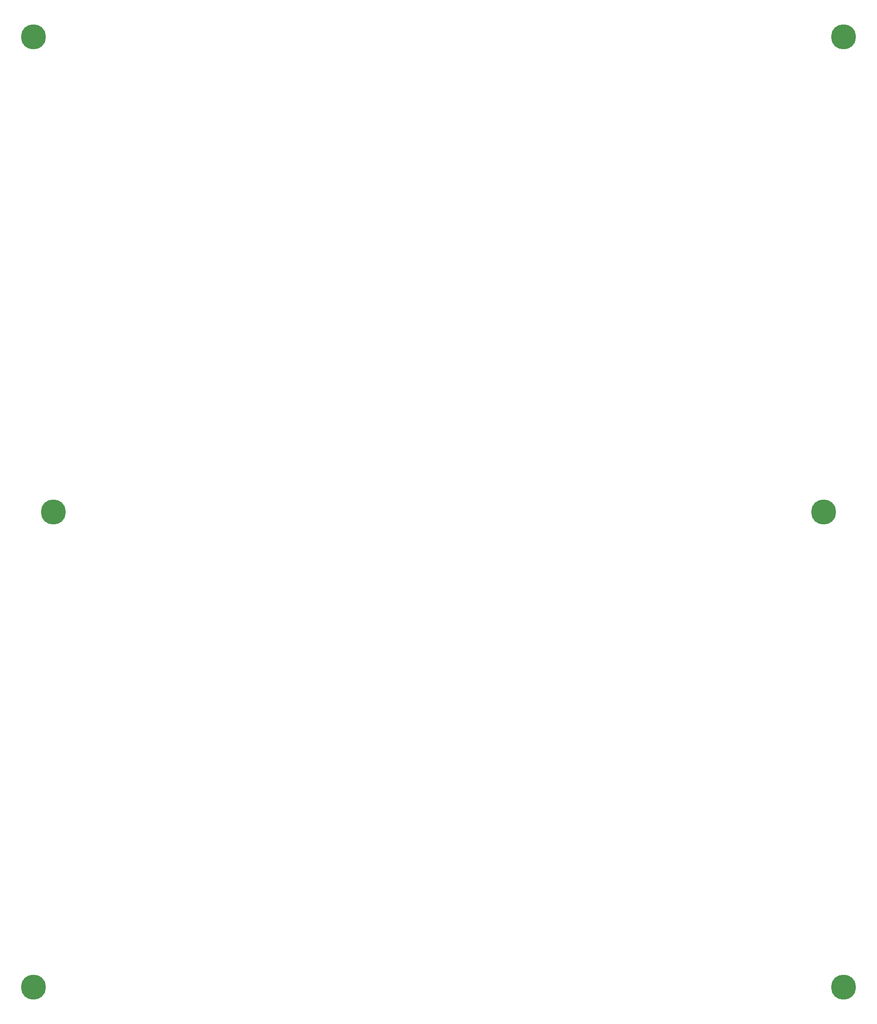
<source format=gbr>
%TF.GenerationSoftware,KiCad,Pcbnew,5.99.0-unknown-c07a38b91~106~ubuntu20.04.1*%
%TF.CreationDate,2020-11-24T10:55:56-06:00*%
%TF.ProjectId,FlatAntPanel4x4_Reflector,466c6174-416e-4745-9061-6e656c347834,rev?*%
%TF.SameCoordinates,Original*%
%TF.FileFunction,Soldermask,Top*%
%TF.FilePolarity,Negative*%
%FSLAX46Y46*%
G04 Gerber Fmt 4.6, Leading zero omitted, Abs format (unit mm)*
G04 Created by KiCad (PCBNEW 5.99.0-unknown-c07a38b91~106~ubuntu20.04.1) date 2020-11-24 10:55:56*
%MOMM*%
%LPD*%
G01*
G04 APERTURE LIST*
%ADD10C,5.000000*%
%ADD11C,2.900000*%
G04 APERTURE END LIST*
D10*
%TO.C,H2*%
X174000000Y-18000000D03*
D11*
X174000000Y-18000000D03*
%TD*%
%TO.C,H11*%
X16000000Y-113000000D03*
D10*
X16000000Y-113000000D03*
%TD*%
D11*
%TO.C,H4*%
X174000000Y-208000000D03*
D10*
X174000000Y-208000000D03*
%TD*%
%TO.C,H3*%
X12000000Y-208000000D03*
D11*
X12000000Y-208000000D03*
%TD*%
D10*
%TO.C,H12*%
X170000000Y-113000000D03*
D11*
X170000000Y-113000000D03*
%TD*%
D10*
%TO.C,H1*%
X12000000Y-18000000D03*
D11*
X12000000Y-18000000D03*
%TD*%
M02*

</source>
